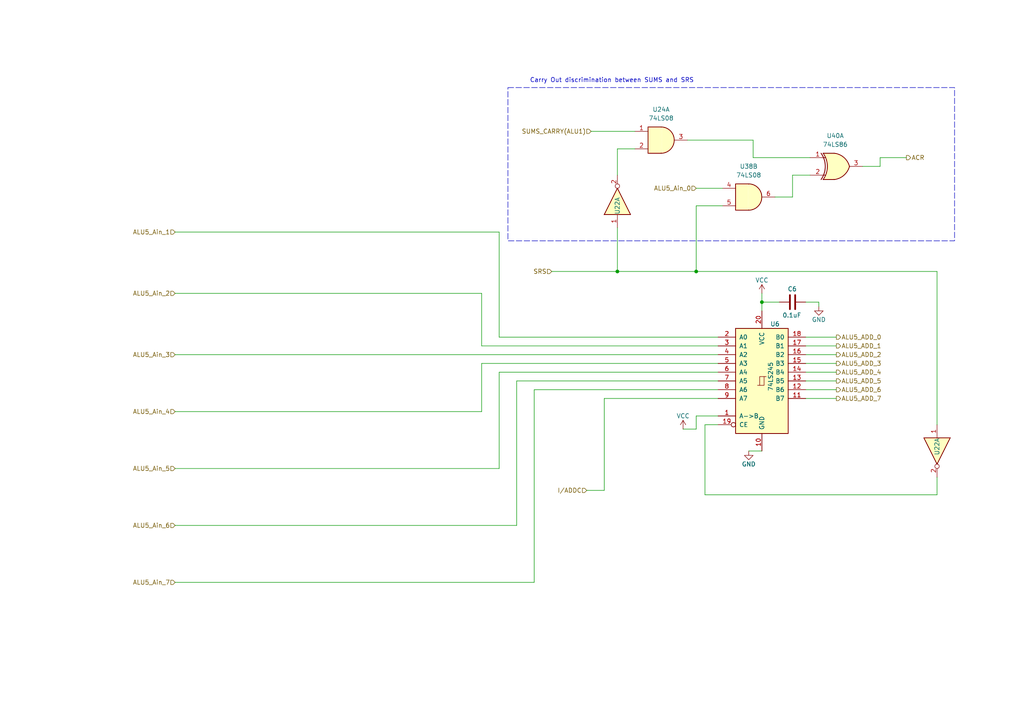
<source format=kicad_sch>
(kicad_sch (version 20230121) (generator eeschema)
  (paper "A4")
  (title_block (title "PRP-6502 -- ALU5 : SRS") (date "2023-07-02") (company "PRP-DIY"))
  (lib_symbols
    (symbol "74xx:74LS04"
      (property "Reference" "U" (at 0 1.27 0))
      (property "Value" "74LS04" (at 0 -1.27 0))
      (symbol "74LS04_1_0"
        (polyline (pts (xy -3.81 3.81) (xy -3.81 -3.81) (xy 3.81 0) (xy -3.81 3.81)) (stroke (width 0.254)) (fill (type background)))
        (pin input line (at -7.62 0 0) (length 3.81) (name "~") (number "1"))
        (pin output inverted (at 7.62 0 180) (length 3.81) (name "~") (number "2"))
      )
      (symbol "74LS04_2_0"
        (polyline (pts (xy -3.81 3.81) (xy -3.81 -3.81) (xy 3.81 0) (xy -3.81 3.81)) (stroke (width 0.254)) (fill (type background)))
        (pin input line (at -7.62 0 0) (length 3.81) (name "~") (number "3"))
        (pin output inverted (at 7.62 0 180) (length 3.81) (name "~") (number "4"))
      )
      (symbol "74LS04_3_0"
        (polyline (pts (xy -3.81 3.81) (xy -3.81 -3.81) (xy 3.81 0) (xy -3.81 3.81)) (stroke (width 0.254)) (fill (type background)))
        (pin input line (at -7.62 0 0) (length 3.81) (name "~") (number "5"))
        (pin output inverted (at 7.62 0 180) (length 3.81) (name "~") (number "6"))
      )
      (symbol "74LS04_4_0"
        (polyline (pts (xy -3.81 3.81) (xy -3.81 -3.81) (xy 3.81 0) (xy -3.81 3.81)) (stroke (width 0.254)) (fill (type background)))
        (pin output inverted (at 7.62 0 180) (length 3.81) (name "~") (number "8"))
        (pin input line (at -7.62 0 0) (length 3.81) (name "~") (number "9"))
      )
      (symbol "74LS04_5_0"
        (polyline (pts (xy -3.81 3.81) (xy -3.81 -3.81) (xy 3.81 0) (xy -3.81 3.81)) (stroke (width 0.254)) (fill (type background)))
        (pin output inverted (at 7.62 0 180) (length 3.81) (name "~") (number "10"))
        (pin input line (at -7.62 0 0) (length 3.81) (name "~") (number "11"))
      )
      (symbol "74LS04_6_0"
        (polyline (pts (xy -3.81 3.81) (xy -3.81 -3.81) (xy 3.81 0) (xy -3.81 3.81)) (stroke (width 0.254)) (fill (type background)))
        (pin output inverted (at 7.62 0 180) (length 3.81) (name "~") (number "12"))
        (pin input line (at -7.62 0 0) (length 3.81) (name "~") (number "13"))
      )
      (symbol "74LS04_7_0"
        (pin power_in line (at 0 12.7 270) (length 5.08) (name "VCC") (number "14"))
        (pin power_in line (at 0 -12.7 90) (length 5.08) (name "GND") (number "7"))
      )
      (symbol "74LS04_7_1"
        (rectangle (start -5.08 7.62) (end 5.08 -7.62) (stroke (width 0.254)) (fill (type background)))
      )
    )
    (symbol "74xx:74LS08" (pin_names (offset 1.016))
      (property "Reference" "U" (at 0 1.27 0))
      (property "Value" "74LS08" (at 0 -1.27 0))
      (symbol "74LS08_1_1"
        (arc (start 0 -3.81) (mid 3.7934 0) (end 0 3.81) (stroke (width 0.254)) (fill (type background)))
        (polyline (pts (xy 0 3.81) (xy -3.81 3.81) (xy -3.81 -3.81) (xy 0 -3.81)) (stroke (width 0.254)) (fill (type background)))
        (pin input line (at -7.62 2.54 0) (length 3.81) (name "~") (number "1"))
        (pin input line (at -7.62 -2.54 0) (length 3.81) (name "~") (number "2"))
        (pin output line (at 7.62 0 180) (length 3.81) (name "~") (number "3"))
      )
      (symbol "74LS08_1_2"
        (arc (start -3.81 -3.81) (mid -2.589 0) (end -3.81 3.81) (stroke (width 0.254)))
        (arc (start -0.6096 -3.81) (mid 2.1842 -2.5851) (end 3.81 0) (stroke (width 0.254)) (fill (type background)))
        (polyline (pts (xy -3.81 -3.81) (xy -0.635 -3.81)) (stroke (width 0.254)) (fill (type background)))
        (polyline (pts (xy -3.81 3.81) (xy -0.635 3.81)) (stroke (width 0.254)) (fill (type background)))
        (polyline (pts (xy -0.635 3.81) (xy -3.81 3.81) (xy -3.81 3.81) (xy -3.556 3.4036) (xy -3.0226 2.2606) (xy -2.6924 1.0414) (xy -2.6162 -0.254) (xy -2.7686 -1.4986) (xy -3.175 -2.7178) (xy -3.81 -3.81) (xy -3.81 -3.81) (xy -0.635 -3.81)) (stroke (width -25.4)) (fill (type background)))
        (arc (start 3.81 0) (mid 2.1915 2.5936) (end -0.6096 3.81) (stroke (width 0.254)) (fill (type background)))
        (pin input inverted (at -7.62 2.54 0) (length 4.318) (name "~") (number "1"))
        (pin input inverted (at -7.62 -2.54 0) (length 4.318) (name "~") (number "2"))
        (pin output inverted (at 7.62 0 180) (length 3.81) (name "~") (number "3"))
      )
      (symbol "74LS08_2_1"
        (arc (start 0 -3.81) (mid 3.7934 0) (end 0 3.81) (stroke (width 0.254)) (fill (type background)))
        (polyline (pts (xy 0 3.81) (xy -3.81 3.81) (xy -3.81 -3.81) (xy 0 -3.81)) (stroke (width 0.254)) (fill (type background)))
        (pin input line (at -7.62 2.54 0) (length 3.81) (name "~") (number "4"))
        (pin input line (at -7.62 -2.54 0) (length 3.81) (name "~") (number "5"))
        (pin output line (at 7.62 0 180) (length 3.81) (name "~") (number "6"))
      )
      (symbol "74LS08_2_2"
        (arc (start -3.81 -3.81) (mid -2.589 0) (end -3.81 3.81) (stroke (width 0.254)))
        (arc (start -0.6096 -3.81) (mid 2.1842 -2.5851) (end 3.81 0) (stroke (width 0.254)) (fill (type background)))
        (polyline (pts (xy -3.81 -3.81) (xy -0.635 -3.81)) (stroke (width 0.254)) (fill (type background)))
        (polyline (pts (xy -3.81 3.81) (xy -0.635 3.81)) (stroke (width 0.254)) (fill (type background)))
        (polyline (pts (xy -0.635 3.81) (xy -3.81 3.81) (xy -3.81 3.81) (xy -3.556 3.4036) (xy -3.0226 2.2606) (xy -2.6924 1.0414) (xy -2.6162 -0.254) (xy -2.7686 -1.4986) (xy -3.175 -2.7178) (xy -3.81 -3.81) (xy -3.81 -3.81) (xy -0.635 -3.81)) (stroke (width -25.4)) (fill (type background)))
        (arc (start 3.81 0) (mid 2.1915 2.5936) (end -0.6096 3.81) (stroke (width 0.254)) (fill (type background)))
        (pin input inverted (at -7.62 2.54 0) (length 4.318) (name "~") (number "4"))
        (pin input inverted (at -7.62 -2.54 0) (length 4.318) (name "~") (number "5"))
        (pin output inverted (at 7.62 0 180) (length 3.81) (name "~") (number "6"))
      )
      (symbol "74LS08_3_1"
        (arc (start 0 -3.81) (mid 3.7934 0) (end 0 3.81) (stroke (width 0.254)) (fill (type background)))
        (polyline (pts (xy 0 3.81) (xy -3.81 3.81) (xy -3.81 -3.81) (xy 0 -3.81)) (stroke (width 0.254)) (fill (type background)))
        (pin input line (at -7.62 -2.54 0) (length 3.81) (name "~") (number "10"))
        (pin output line (at 7.62 0 180) (length 3.81) (name "~") (number "8"))
        (pin input line (at -7.62 2.54 0) (length 3.81) (name "~") (number "9"))
      )
      (symbol "74LS08_3_2"
        (arc (start -3.81 -3.81) (mid -2.589 0) (end -3.81 3.81) (stroke (width 0.254)))
        (arc (start -0.6096 -3.81) (mid 2.1842 -2.5851) (end 3.81 0) (stroke (width 0.254)) (fill (type background)))
        (polyline (pts (xy -3.81 -3.81) (xy -0.635 -3.81)) (stroke (width 0.254)) (fill (type background)))
        (polyline (pts (xy -3.81 3.81) (xy -0.635 3.81)) (stroke (width 0.254)) (fill (type background)))
        (polyline (pts (xy -0.635 3.81) (xy -3.81 3.81) (xy -3.81 3.81) (xy -3.556 3.4036) (xy -3.0226 2.2606) (xy -2.6924 1.0414) (xy -2.6162 -0.254) (xy -2.7686 -1.4986) (xy -3.175 -2.7178) (xy -3.81 -3.81) (xy -3.81 -3.81) (xy -0.635 -3.81)) (stroke (width -25.4)) (fill (type background)))
        (arc (start 3.81 0) (mid 2.1915 2.5936) (end -0.6096 3.81) (stroke (width 0.254)) (fill (type background)))
        (pin input inverted (at -7.62 -2.54 0) (length 4.318) (name "~") (number "10"))
        (pin output inverted (at 7.62 0 180) (length 3.81) (name "~") (number "8"))
        (pin input inverted (at -7.62 2.54 0) (length 4.318) (name "~") (number "9"))
      )
      (symbol "74LS08_4_1"
        (arc (start 0 -3.81) (mid 3.7934 0) (end 0 3.81) (stroke (width 0.254)) (fill (type background)))
        (polyline (pts (xy 0 3.81) (xy -3.81 3.81) (xy -3.81 -3.81) (xy 0 -3.81)) (stroke (width 0.254)) (fill (type background)))
        (pin output line (at 7.62 0 180) (length 3.81) (name "~") (number "11"))
        (pin input line (at -7.62 2.54 0) (length 3.81) (name "~") (number "12"))
        (pin input line (at -7.62 -2.54 0) (length 3.81) (name "~") (number "13"))
      )
      (symbol "74LS08_4_2"
        (arc (start -3.81 -3.81) (mid -2.589 0) (end -3.81 3.81) (stroke (width 0.254)))
        (arc (start -0.6096 -3.81) (mid 2.1842 -2.5851) (end 3.81 0) (stroke (width 0.254)) (fill (type background)))
        (polyline (pts (xy -3.81 -3.81) (xy -0.635 -3.81)) (stroke (width 0.254)) (fill (type background)))
        (polyline (pts (xy -3.81 3.81) (xy -0.635 3.81)) (stroke (width 0.254)) (fill (type background)))
        (polyline (pts (xy -0.635 3.81) (xy -3.81 3.81) (xy -3.81 3.81) (xy -3.556 3.4036) (xy -3.0226 2.2606) (xy -2.6924 1.0414) (xy -2.6162 -0.254) (xy -2.7686 -1.4986) (xy -3.175 -2.7178) (xy -3.81 -3.81) (xy -3.81 -3.81) (xy -0.635 -3.81)) (stroke (width -25.4)) (fill (type background)))
        (arc (start 3.81 0) (mid 2.1915 2.5936) (end -0.6096 3.81) (stroke (width 0.254)) (fill (type background)))
        (pin output inverted (at 7.62 0 180) (length 3.81) (name "~") (number "11"))
        (pin input inverted (at -7.62 2.54 0) (length 4.318) (name "~") (number "12"))
        (pin input inverted (at -7.62 -2.54 0) (length 4.318) (name "~") (number "13"))
      )
      (symbol "74LS08_5_0"
        (pin power_in line (at 0 12.7 270) (length 5.08) (name "VCC") (number "14"))
        (pin power_in line (at 0 -12.7 90) (length 5.08) (name "GND") (number "7"))
      )
      (symbol "74LS08_5_1"
        (rectangle (start -5.08 7.62) (end 5.08 -7.62) (stroke (width 0.254)) (fill (type background)))
      )
    )
    (symbol "74xx:74LS245" (pin_names (offset 1.016))
      (property "Reference" "U" (at -7.62 16.51 0))
      (property "Value" "74LS245" (at -7.62 -16.51 0))
      (symbol "74LS245_1_0"
        (polyline (pts (xy -0.635 -1.27) (xy -0.635 1.27) (xy 0.635 1.27)))
        (polyline (pts (xy -1.27 -1.27) (xy 0.635 -1.27) (xy 0.635 1.27) (xy 1.27 1.27)))
        (pin input line (at -12.7 -10.16 0) (length 5.08) (name "A->B") (number "1"))
        (pin power_in line (at 0 -20.32 90) (length 5.08) (name "GND") (number "10"))
        (pin tri_state line (at 12.7 -5.08 180) (length 5.08) (name "B7") (number "11"))
        (pin tri_state line (at 12.7 -2.54 180) (length 5.08) (name "B6") (number "12"))
        (pin tri_state line (at 12.7 0 180) (length 5.08) (name "B5") (number "13"))
        (pin tri_state line (at 12.7 2.54 180) (length 5.08) (name "B4") (number "14"))
        (pin tri_state line (at 12.7 5.08 180) (length 5.08) (name "B3") (number "15"))
        (pin tri_state line (at 12.7 7.62 180) (length 5.08) (name "B2") (number "16"))
        (pin tri_state line (at 12.7 10.16 180) (length 5.08) (name "B1") (number "17"))
        (pin tri_state line (at 12.7 12.7 180) (length 5.08) (name "B0") (number "18"))
        (pin input inverted (at -12.7 -12.7 0) (length 5.08) (name "CE") (number "19"))
        (pin tri_state line (at -12.7 12.7 0) (length 5.08) (name "A0") (number "2"))
        (pin power_in line (at 0 20.32 270) (length 5.08) (name "VCC") (number "20"))
        (pin tri_state line (at -12.7 10.16 0) (length 5.08) (name "A1") (number "3"))
        (pin tri_state line (at -12.7 7.62 0) (length 5.08) (name "A2") (number "4"))
        (pin tri_state line (at -12.7 5.08 0) (length 5.08) (name "A3") (number "5"))
        (pin tri_state line (at -12.7 2.54 0) (length 5.08) (name "A4") (number "6"))
        (pin tri_state line (at -12.7 0 0) (length 5.08) (name "A5") (number "7"))
        (pin tri_state line (at -12.7 -2.54 0) (length 5.08) (name "A6") (number "8"))
        (pin tri_state line (at -12.7 -5.08 0) (length 5.08) (name "A7") (number "9"))
      )
      (symbol "74LS245_1_1"
        (rectangle (start -7.62 15.24) (end 7.62 -15.24) (stroke (width 0.254)) (fill (type background)))
      )
    )
    (symbol "74xx:74LS86" (pin_names (offset 1.016))
      (property "Reference" "U" (at 0 1.27 0))
      (property "Value" "74LS86" (at 0 -1.27 0))
      (symbol "74LS86_1_0"
        (arc (start -4.4196 -3.81) (mid -3.2033 0) (end -4.4196 3.81) (stroke (width 0.254)))
        (arc (start -3.81 -3.81) (mid -2.589 0) (end -3.81 3.81) (stroke (width 0.254)))
        (arc (start -0.6096 -3.81) (mid 2.1842 -2.5851) (end 3.81 0) (stroke (width 0.254)) (fill (type background)))
        (polyline (pts (xy -3.81 -3.81) (xy -0.635 -3.81)) (stroke (width 0.254)) (fill (type background)))
        (polyline (pts (xy -3.81 3.81) (xy -0.635 3.81)) (stroke (width 0.254)) (fill (type background)))
        (polyline (pts (xy -0.635 3.81) (xy -3.81 3.81) (xy -3.81 3.81) (xy -3.556 3.4036) (xy -3.0226 2.2606) (xy -2.6924 1.0414) (xy -2.6162 -0.254) (xy -2.7686 -1.4986) (xy -3.175 -2.7178) (xy -3.81 -3.81) (xy -3.81 -3.81) (xy -0.635 -3.81)) (stroke (width -25.4)) (fill (type background)))
        (arc (start 3.81 0) (mid 2.1915 2.5936) (end -0.6096 3.81) (stroke (width 0.254)) (fill (type background)))
        (pin input line (at -7.62 2.54 0) (length 4.445) (name "~") (number "1"))
        (pin input line (at -7.62 -2.54 0) (length 4.445) (name "~") (number "2"))
        (pin output line (at 7.62 0 180) (length 3.81) (name "~") (number "3"))
      )
      (symbol "74LS86_1_1"
        (polyline (pts (xy -3.81 -2.54) (xy -3.175 -2.54)) (stroke (width 0.1524)))
        (polyline (pts (xy -3.81 2.54) (xy -3.175 2.54)) (stroke (width 0.1524)))
      )
      (symbol "74LS86_2_0"
        (arc (start -4.4196 -3.81) (mid -3.2033 0) (end -4.4196 3.81) (stroke (width 0.254)))
        (arc (start -3.81 -3.81) (mid -2.589 0) (end -3.81 3.81) (stroke (width 0.254)))
        (arc (start -0.6096 -3.81) (mid 2.1842 -2.5851) (end 3.81 0) (stroke (width 0.254)) (fill (type background)))
        (polyline (pts (xy -3.81 -3.81) (xy -0.635 -3.81)) (stroke (width 0.254)) (fill (type background)))
        (polyline (pts (xy -3.81 3.81) (xy -0.635 3.81)) (stroke (width 0.254)) (fill (type background)))
        (polyline (pts (xy -0.635 3.81) (xy -3.81 3.81) (xy -3.81 3.81) (xy -3.556 3.4036) (xy -3.0226 2.2606) (xy -2.6924 1.0414) (xy -2.6162 -0.254) (xy -2.7686 -1.4986) (xy -3.175 -2.7178) (xy -3.81 -3.81) (xy -3.81 -3.81) (xy -0.635 -3.81)) (stroke (width -25.4)) (fill (type background)))
        (arc (start 3.81 0) (mid 2.1915 2.5936) (end -0.6096 3.81) (stroke (width 0.254)) (fill (type background)))
        (pin input line (at -7.62 2.54 0) (length 4.445) (name "~") (number "4"))
        (pin input line (at -7.62 -2.54 0) (length 4.445) (name "~") (number "5"))
        (pin output line (at 7.62 0 180) (length 3.81) (name "~") (number "6"))
      )
      (symbol "74LS86_2_1"
        (polyline (pts (xy -3.81 -2.54) (xy -3.175 -2.54)) (stroke (width 0.1524)))
        (polyline (pts (xy -3.81 2.54) (xy -3.175 2.54)) (stroke (width 0.1524)))
      )
      (symbol "74LS86_3_0"
        (arc (start -4.4196 -3.81) (mid -3.2033 0) (end -4.4196 3.81) (stroke (width 0.254)))
        (arc (start -3.81 -3.81) (mid -2.589 0) (end -3.81 3.81) (stroke (width 0.254)))
        (arc (start -0.6096 -3.81) (mid 2.1842 -2.5851) (end 3.81 0) (stroke (width 0.254)) (fill (type background)))
        (polyline (pts (xy -3.81 -3.81) (xy -0.635 -3.81)) (stroke (width 0.254)) (fill (type background)))
        (polyline (pts (xy -3.81 3.81) (xy -0.635 3.81)) (stroke (width 0.254)) (fill (type background)))
        (polyline (pts (xy -0.635 3.81) (xy -3.81 3.81) (xy -3.81 3.81) (xy -3.556 3.4036) (xy -3.0226 2.2606) (xy -2.6924 1.0414) (xy -2.6162 -0.254) (xy -2.7686 -1.4986) (xy -3.175 -2.7178) (xy -3.81 -3.81) (xy -3.81 -3.81) (xy -0.635 -3.81)) (stroke (width -25.4)) (fill (type background)))
        (arc (start 3.81 0) (mid 2.1915 2.5936) (end -0.6096 3.81) (stroke (width 0.254)) (fill (type background)))
        (pin input line (at -7.62 -2.54 0) (length 4.445) (name "~") (number "10"))
        (pin output line (at 7.62 0 180) (length 3.81) (name "~") (number "8"))
        (pin input line (at -7.62 2.54 0) (length 4.445) (name "~") (number "9"))
      )
      (symbol "74LS86_3_1"
        (polyline (pts (xy -3.81 -2.54) (xy -3.175 -2.54)) (stroke (width 0.1524)))
        (polyline (pts (xy -3.81 2.54) (xy -3.175 2.54)) (stroke (width 0.1524)))
      )
      (symbol "74LS86_4_0"
        (arc (start -4.4196 -3.81) (mid -3.2033 0) (end -4.4196 3.81) (stroke (width 0.254)))
        (arc (start -3.81 -3.81) (mid -2.589 0) (end -3.81 3.81) (stroke (width 0.254)))
        (arc (start -0.6096 -3.81) (mid 2.1842 -2.5851) (end 3.81 0) (stroke (width 0.254)) (fill (type background)))
        (polyline (pts (xy -3.81 -3.81) (xy -0.635 -3.81)) (stroke (width 0.254)) (fill (type background)))
        (polyline (pts (xy -3.81 3.81) (xy -0.635 3.81)) (stroke (width 0.254)) (fill (type background)))
        (polyline (pts (xy -0.635 3.81) (xy -3.81 3.81) (xy -3.81 3.81) (xy -3.556 3.4036) (xy -3.0226 2.2606) (xy -2.6924 1.0414) (xy -2.6162 -0.254) (xy -2.7686 -1.4986) (xy -3.175 -2.7178) (xy -3.81 -3.81) (xy -3.81 -3.81) (xy -0.635 -3.81)) (stroke (width -25.4)) (fill (type background)))
        (arc (start 3.81 0) (mid 2.1915 2.5936) (end -0.6096 3.81) (stroke (width 0.254)) (fill (type background)))
        (pin output line (at 7.62 0 180) (length 3.81) (name "~") (number "11"))
        (pin input line (at -7.62 2.54 0) (length 4.445) (name "~") (number "12"))
        (pin input line (at -7.62 -2.54 0) (length 4.445) (name "~") (number "13"))
      )
      (symbol "74LS86_4_1"
        (polyline (pts (xy -3.81 -2.54) (xy -3.175 -2.54)) (stroke (width 0.1524)))
        (polyline (pts (xy -3.81 2.54) (xy -3.175 2.54)) (stroke (width 0.1524)))
      )
      (symbol "74LS86_5_0"
        (pin power_in line (at 0 12.7 270) (length 5.08) (name "VCC") (number "14"))
        (pin power_in line (at 0 -12.7 90) (length 5.08) (name "GND") (number "7"))
      )
      (symbol "74LS86_5_1"
        (rectangle (start -5.08 7.62) (end 5.08 -7.62) (stroke (width 0.254)) (fill (type background)))
      )
    )
    (symbol "Device:C" (pin_numbers hide) (pin_names (offset 0.254))
      (property "Reference" "C" (at 0.635 2.54 0))
      (property "Value" "C" (at 0.635 -2.54 0))
      (symbol "C_0_1"
        (polyline (pts (xy -2.032 -0.762) (xy 2.032 -0.762)) (stroke (width 0.508)))
        (polyline (pts (xy -2.032 0.762) (xy 2.032 0.762)) (stroke (width 0.508)))
      )
      (symbol "C_1_1"
        (pin passive line (at 0 3.81 270) (length 2.794) (name "~") (number "1"))
        (pin passive line (at 0 -3.81 90) (length 2.794) (name "~") (number "2"))
      )
    )
    (symbol "power:GND" (power) (pin_names (offset 0))
      (property "Value" "GND" (at 0 -3.81 0))
      (symbol "GND_0_1"
        (polyline (pts (xy 0 0) (xy 0 -1.27) (xy 1.27 -1.27) (xy 0 -2.54) (xy -1.27 -1.27) (xy 0 -1.27)))
      )
      (symbol "GND_1_1"
        (pin power_in line (at 0 0 270) (length 0) hide (name "GND") (number "1"))
      )
    )
    (symbol "power:VCC" (power) (pin_names (offset 0))
      (property "Value" "VCC" (at 0 3.81 0))
      (symbol "VCC_0_1"
        (polyline (pts (xy -0.762 1.27) (xy 0 2.54)))
        (polyline (pts (xy 0 0) (xy 0 2.54)))
        (polyline (pts (xy 0 2.54) (xy 0.762 1.27)))
      )
      (symbol "VCC_1_1"
        (pin power_in line (at 0 0 90) (length 0) hide (name "VCC") (number "1"))
      )
    )
  )
  (junction (at 201.93 78.74))
  (junction (at 220.98 87.63))
  (junction (at 179.07 78.74))
  (wire (pts (xy 201.93 124.46) (xy 201.93 120.65)))
  (wire (pts (xy 201.93 120.65) (xy 208.28 120.65)))
  (wire (pts (xy 171.45 38.1) (xy 184.15 38.1)))
  (wire (pts (xy 50.8 135.89) (xy 144.78 135.89)))
  (wire (pts (xy 233.68 100.33) (xy 242.57 100.33)))
  (wire (pts (xy 233.68 105.41) (xy 242.57 105.41)))
  (wire (pts (xy 233.68 87.63) (xy 237.49 87.63)))
  (wire (pts (xy 50.8 152.4) (xy 149.86 152.4)))
  (wire (pts (xy 144.78 67.31) (xy 144.78 97.79)))
  (wire (pts (xy 208.28 110.49) (xy 149.86 110.49)))
  (wire (pts (xy 208.28 115.57) (xy 175.26 115.57)))
  (wire (pts (xy 255.27 45.72) (xy 262.89 45.72)))
  (wire (pts (xy 220.98 87.63) (xy 226.06 87.63)))
  (wire (pts (xy 234.95 45.72) (xy 218.44 45.72)))
  (wire (pts (xy 139.7 119.38) (xy 139.7 105.41)))
  (wire (pts (xy 229.87 50.8) (xy 234.95 50.8)))
  (wire (pts (xy 179.07 43.18) (xy 179.07 50.8)))
  (wire (pts (xy 149.86 110.49) (xy 149.86 152.4)))
  (wire (pts (xy 160.02 78.74) (xy 179.07 78.74)))
  (wire (pts (xy 224.79 57.15) (xy 229.87 57.15)))
  (wire (pts (xy 233.68 97.79) (xy 242.57 97.79)))
  (wire (pts (xy 201.93 54.61) (xy 209.55 54.61)))
  (wire (pts (xy 50.8 67.31) (xy 144.78 67.31)))
  (wire (pts (xy 220.98 87.63) (xy 220.98 90.17)))
  (wire (pts (xy 50.8 119.38) (xy 139.7 119.38)))
  (wire (pts (xy 179.07 78.74) (xy 201.93 78.74)))
  (wire (pts (xy 233.68 102.87) (xy 242.57 102.87)))
  (wire (pts (xy 144.78 107.95) (xy 144.78 135.89)))
  (wire (pts (xy 209.55 59.69) (xy 201.93 59.69)))
  (wire (pts (xy 50.8 85.09) (xy 139.7 85.09)))
  (wire (pts (xy 237.49 87.63) (xy 237.49 88.9)))
  (wire (pts (xy 201.93 78.74) (xy 271.78 78.74)))
  (wire (pts (xy 218.44 40.64) (xy 199.39 40.64)))
  (wire (pts (xy 218.44 45.72) (xy 218.44 40.64)))
  (wire (pts (xy 217.17 130.81) (xy 220.98 130.81)))
  (wire (pts (xy 144.78 97.79) (xy 208.28 97.79)))
  (wire (pts (xy 154.94 113.03) (xy 208.28 113.03)))
  (wire (pts (xy 175.26 115.57) (xy 175.26 142.24)))
  (wire (pts (xy 204.47 143.51) (xy 204.47 123.19)))
  (wire (pts (xy 201.93 59.69) (xy 201.93 78.74)))
  (wire (pts (xy 271.78 143.51) (xy 204.47 143.51)))
  (wire (pts (xy 208.28 100.33) (xy 139.7 100.33)))
  (wire (pts (xy 198.12 124.46) (xy 201.93 124.46)))
  (wire (pts (xy 233.68 115.57) (xy 242.57 115.57)))
  (wire (pts (xy 179.07 66.04) (xy 179.07 78.74)))
  (wire (pts (xy 208.28 107.95) (xy 144.78 107.95)))
  (wire (pts (xy 50.8 102.87) (xy 208.28 102.87)))
  (wire (pts (xy 271.78 138.43) (xy 271.78 143.51)))
  (wire (pts (xy 154.94 168.91) (xy 154.94 113.03)))
  (wire (pts (xy 233.68 110.49) (xy 242.57 110.49)))
  (wire (pts (xy 233.68 107.95) (xy 242.57 107.95)))
  (wire (pts (xy 271.78 78.74) (xy 271.78 123.19)))
  (wire (pts (xy 204.47 123.19) (xy 208.28 123.19)))
  (wire (pts (xy 229.87 57.15) (xy 229.87 50.8)))
  (wire (pts (xy 139.7 100.33) (xy 139.7 85.09)))
  (wire (pts (xy 233.68 113.03) (xy 242.57 113.03)))
  (wire (pts (xy 184.15 43.18) (xy 179.07 43.18)))
  (wire (pts (xy 220.98 85.09) (xy 220.98 87.63)))
  (wire (pts (xy 170.18 142.24) (xy 175.26 142.24)))
  (wire (pts (xy 139.7 105.41) (xy 208.28 105.41)))
  (wire (pts (xy 255.27 48.26) (xy 255.27 45.72)))
  (wire (pts (xy 50.8 168.91) (xy 154.94 168.91)))
  (wire (pts (xy 250.19 48.26) (xy 255.27 48.26)))
  (rectangle (start 147.32 25.4) (end 276.86 69.85) (stroke (width 0) (type dash)))
  (text "Carry Out discrimination between SUMS and SRS" (at 153.67 24.13 0) (effects (font (size 1.27 1.27)) (justify left bottom)))
  (hierarchical_label "ALU5_Ain_3" (shape input) (at 50.8 102.87 180))
  (hierarchical_label "I{slash}ADDC" (shape input) (at 170.18 142.24 180))
  (hierarchical_label "ALU5_ADD_1" (shape output) (at 242.57 100.33 0))
  (hierarchical_label "ALU5_Ain_2" (shape input) (at 50.8 85.09 180))
  (hierarchical_label "ALU5_ADD_4" (shape output) (at 242.57 107.95 0))
  (hierarchical_label "SUMS_CARRY(ALU1)" (shape input) (at 171.45 38.1 180))
  (hierarchical_label "ALU5_Ain_1" (shape input) (at 50.8 67.31 180))
  (hierarchical_label "ALU5_Ain_4" (shape input) (at 50.8 119.38 180))
  (hierarchical_label "ALU5_Ain_6" (shape input) (at 50.8 152.4 180))
  (hierarchical_label "ALU5_ADD_6" (shape output) (at 242.57 113.03 0))
  (hierarchical_label "ALU5_ADD_2" (shape output) (at 242.57 102.87 0))
  (hierarchical_label "ALU5_ADD_0" (shape output) (at 242.57 97.79 0))
  (hierarchical_label "ALU5_ADD_7" (shape output) (at 242.57 115.57 0))
  (hierarchical_label "SRS" (shape input) (at 160.02 78.74 180))
  (hierarchical_label "ALU5_ADD_5" (shape output) (at 242.57 110.49 0))
  (hierarchical_label "ALU5_ADD_3" (shape output) (at 242.57 105.41 0))
  (hierarchical_label "ALU5_Ain_7" (shape input) (at 50.8 168.91 180))
  (hierarchical_label "ALU5_Ain_0" (shape input) (at 201.93 54.61 180))
  (hierarchical_label "ALU5_Ain_5" (shape input) (at 50.8 135.89 180))
  (hierarchical_label "ACR" (shape output) (at 262.89 45.72 0))
  (symbol (lib_id "power:GND") (at 237.49 88.9 0) (unit 1)
    (property "Reference" "#PWR017" (effects hide))
    (property "Value" "GND" (at 237.49 92.71 0))
    (instances (project "8bit_CPU-V0_1" (path "" (reference "#PWR017") (unit 1)) (path "" (reference "#PWR044") (unit 1)) (path "" (reference "#PWR065") (unit 1)) (path "" (reference "#PWR077") (unit 1)) (path "" (reference "#PWR089") (unit 1)) (path "" (reference "#PWR097") (unit 1))))
  )
  (symbol (lib_id "power:GND") (at 217.17 130.81 0) (unit 1)
    (property "Reference" "#PWR021" (effects hide))
    (property "Value" "GND" (at 217.17 134.62 0))
    (instances (project "8bit_CPU-V0_1" (path "" (reference "#PWR021") (unit 1)) (path "" (reference "#PWR042") (unit 1)) (path "" (reference "#PWR029") (unit 1)) (path "" (reference "#PWR075") (unit 1)) (path "" (reference "#PWR087") (unit 1)) (path "" (reference "#PWR095") (unit 1))))
  )
  (symbol (lib_id "74xx:74LS86") (at 242.57 48.26 0) (unit 1)
    (property "Reference" "U40" (at 242.2652 39.37 0))
    (property "Value" "74LS86" (at 242.2652 41.91 0))
    (property "Datasheet" "74xx/74ls86.pdf" (effects hide))
  )
  (symbol (lib_id "74xx:74LS04") (at 271.78 130.81 270) (unit 1)
    (property "Reference" "U22" (at 271.78 129.54 0))
    (property "Value" "74LS04" (effects hide))
    (property "Datasheet" "http://www.ti.com/lit/gpn/sn74LS04" (effects hide))
    (instances (project "8bit_CPU-V0_1" (path "" (reference "U22") (unit 1)) (path "" (reference "U27") (unit 1)) (path "" (reference "U31") (unit 1)) (path "" (reference "U33") (unit 1))))
  )
  (symbol (lib_id "74xx:74LS245") (at 220.98 110.49 0) (unit 1)
    (property "Reference" "U6" (at 224.79 93.98 0))
    (property "Value" "74LS245" (at 223.52 109.22 90))
    (property "Datasheet" "http://www.ti.com/lit/gpn/sn74LS245" (effects hide))
    (instances (project "8bit_CPU-V0_1" (path "" (reference "U6") (unit 1)) (path "" (reference "U16") (unit 1)) (path "" (reference "U13") (unit 1)) (path "" (reference "U28") (unit 1)) (path "" (reference "U32") (unit 1)) (path "" (reference "U34") (unit 1))))
  )
  (symbol (lib_id "Device:C") (at 229.87 87.63 90) (unit 1)
    (property "Reference" "C6" (at 231.14 83.82 90) (effects (justify left)))
    (property "Value" "0.1uF" (at 232.41 91.44 90) (effects (justify left)))
    (instances (project "8bit_CPU-V0_1" (path "" (reference "C6") (unit 1)) (path "" (reference "C16") (unit 1)) (path "" (reference "C13") (unit 1)) (path "" (reference "C26") (unit 1)) (path "" (reference "C31") (unit 1)) (path "" (reference "C33") (unit 1))))
  )
  (symbol (lib_id "74xx:74LS08") (at 191.77 40.64 0) (unit 1)
    (property "Reference" "U24" (at 191.7617 31.75 0))
    (property "Value" "74LS08" (at 191.7617 34.29 0))
    (property "Datasheet" "http://www.ti.com/lit/gpn/sn74LS08" (effects hide))
  )
  (symbol (lib_id "74xx:74LS04") (at 179.07 58.42 90) (unit 1)
    (property "Reference" "U22" (at 179.07 59.69 0))
    (property "Value" "74LS04" (effects hide))
    (property "Datasheet" "http://www.ti.com/lit/gpn/sn74LS04" (effects hide))
    (instances (project "8bit_CPU-V0_1" (path "" (reference "U22") (unit 1)) (path "" (reference "U27") (unit 1)) (path "" (reference "U31") (unit 1)) (path "" (reference "U39") (unit 1))))
  )
  (symbol (lib_id "power:VCC") (at 198.12 124.46 0) (unit 1)
    (property "Reference" "#PWR022" (effects hide))
    (property "Value" "VCC" (at 198.12 120.65 0))
    (instances (project "8bit_CPU-V0_1" (path "" (reference "#PWR022") (unit 1)) (path "" (reference "#PWR041") (unit 1)) (path "" (reference "#PWR028") (unit 1)) (path "" (reference "#PWR074") (unit 1)) (path "" (reference "#PWR086") (unit 1)) (path "" (reference "#PWR094") (unit 1))))
  )
  (symbol (lib_id "74xx:74LS08") (at 217.17 57.15 0) (unit 2)
    (property "Reference" "U38" (at 217.1617 48.26 0))
    (property "Value" "74LS08" (at 217.1617 50.8 0))
    (property "Datasheet" "http://www.ti.com/lit/gpn/sn74LS08" (effects hide))
  )
  (symbol (lib_id "power:VCC") (at 220.98 85.09 0) (unit 1)
    (property "Reference" "#PWR016" (effects hide))
    (property "Value" "VCC" (at 220.98 81.28 0))
    (instances (project "8bit_CPU-V0_1" (path "" (reference "#PWR016") (unit 1)) (path "" (reference "#PWR043") (unit 1)) (path "" (reference "#PWR064") (unit 1)) (path "" (reference "#PWR076") (unit 1)) (path "" (reference "#PWR088") (unit 1)) (path "" (reference "#PWR096") (unit 1))))
  )
)
</source>
